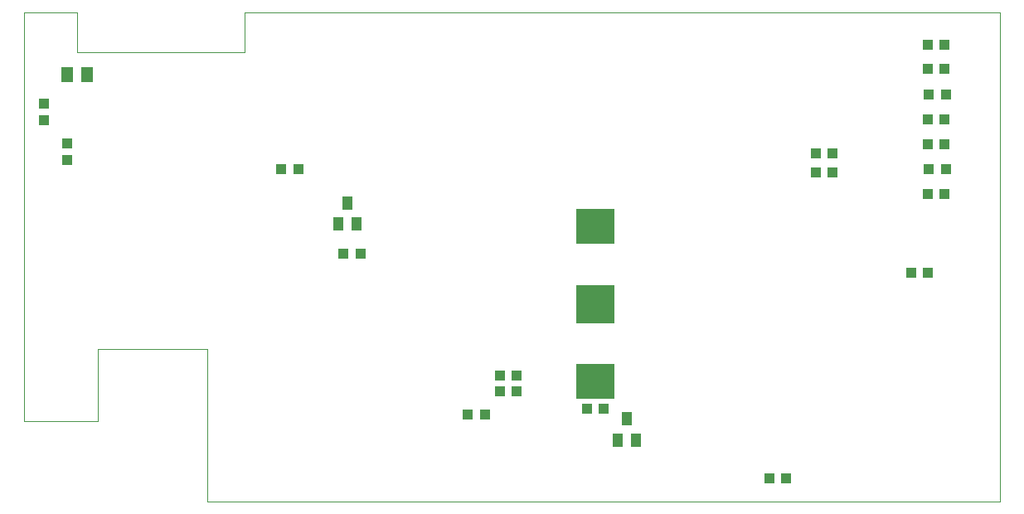
<source format=gbp>
G75*
%MOIN*%
%OFA0B0*%
%FSLAX24Y24*%
%IPPOS*%
%LPD*%
%AMOC8*
5,1,8,0,0,1.08239X$1,22.5*
%
%ADD10C,0.0000*%
%ADD11R,0.0394X0.0433*%
%ADD12R,0.0413X0.0425*%
%ADD13R,0.0394X0.0551*%
%ADD14R,0.0433X0.0394*%
%ADD15R,0.1575X0.1575*%
%ADD16R,0.1575X0.1417*%
%ADD17R,0.0512X0.0630*%
D10*
X013330Y005412D02*
X013330Y021869D01*
X015456Y021869D01*
X015456Y020254D01*
X022189Y020254D01*
X022189Y021869D01*
X052543Y021869D01*
X052543Y002183D01*
X020693Y002183D01*
X020693Y008325D01*
X016283Y008325D01*
X016283Y005412D01*
X013330Y005412D01*
D11*
X026165Y012156D03*
X026834Y012156D03*
X024334Y015569D03*
X023665Y015569D03*
X035949Y005924D03*
X036618Y005924D03*
X031834Y005687D03*
X031165Y005687D03*
X043271Y003128D03*
X043941Y003128D03*
X048980Y011396D03*
X049649Y011396D03*
X045830Y015412D03*
X045161Y015412D03*
X045161Y016199D03*
X045830Y016199D03*
D12*
X049639Y016557D03*
X050328Y016557D03*
X050328Y017542D03*
X049639Y017542D03*
X049679Y018565D03*
X050368Y018565D03*
X050328Y019581D03*
X049639Y019581D03*
X049636Y020569D03*
X050324Y020569D03*
X050368Y015573D03*
X049679Y015573D03*
X049639Y014550D03*
X050328Y014550D03*
X033124Y007243D03*
X033124Y006632D03*
X032435Y006632D03*
X032435Y007243D03*
D13*
X037169Y004664D03*
X037917Y004664D03*
X037543Y005530D03*
X026697Y013341D03*
X025949Y013341D03*
X026323Y014207D03*
D14*
X015051Y015924D03*
X015051Y016593D03*
X014130Y017530D03*
X014130Y018199D03*
D15*
X036283Y010136D03*
D16*
X036283Y013246D03*
X036283Y007026D03*
D17*
X015850Y019349D03*
X015063Y019349D03*
M02*

</source>
